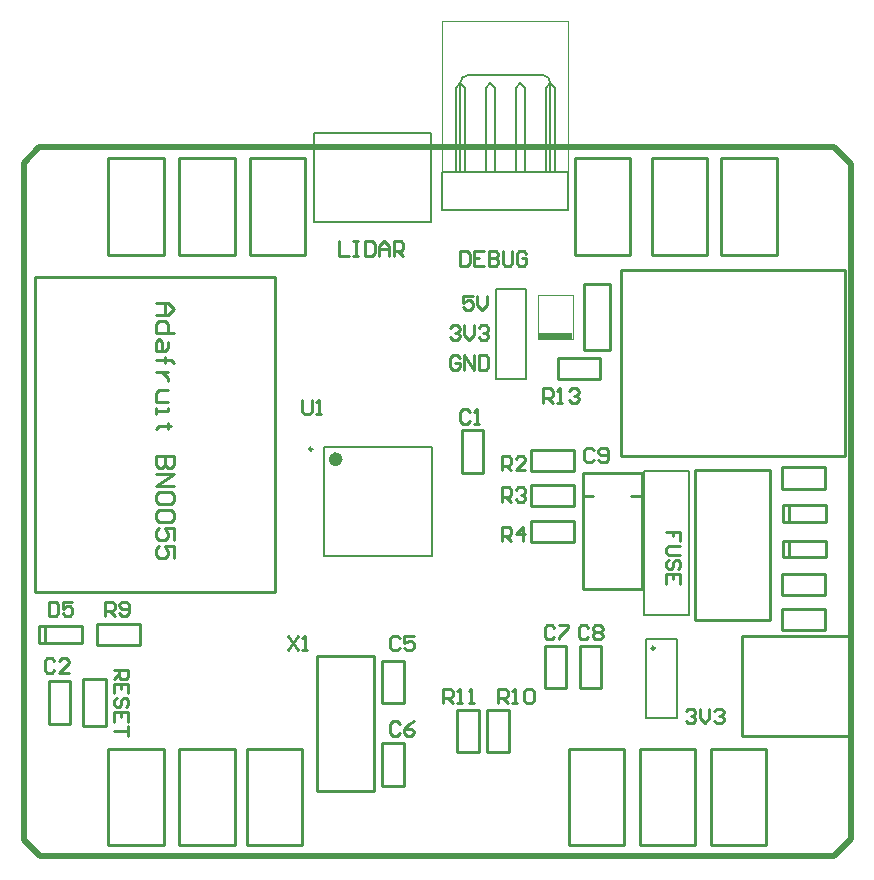
<source format=gto>
G04*
G04 #@! TF.GenerationSoftware,Altium Limited,Altium Designer,20.0.13 (296)*
G04*
G04 Layer_Color=65535*
%FSLAX25Y25*%
%MOIN*%
G70*
G01*
G75*
%ADD10C,0.00984*%
%ADD11C,0.00701*%
%ADD12C,0.02362*%
%ADD13C,0.00787*%
%ADD14C,0.01000*%
%ADD15C,0.00700*%
%ADD16C,0.00400*%
%ADD17C,0.00394*%
%ADD18R,0.11811X0.01959*%
%ADD19C,0.01968*%
D10*
X407087Y266142D02*
G03*
X407087Y266142I-492J0D01*
G01*
X293012Y332480D02*
G03*
X293012Y332480I-492J0D01*
G01*
D11*
X372362Y454724D02*
G03*
X370000Y457087I-2362J0D01*
G01*
X344724D02*
G03*
X342362Y454724I0J-2362D01*
G01*
D12*
X301969Y329134D02*
G03*
X301969Y329134I-1181J0D01*
G01*
D13*
X293701Y408071D02*
X332677D01*
Y437992D01*
X293701Y408071D02*
Y437992D01*
X332677D01*
X404331Y242717D02*
X414567D01*
X404331Y269094D02*
X414567D01*
Y242717D02*
Y269094D01*
X404331Y242717D02*
Y269094D01*
X354252Y385965D02*
X364252D01*
Y355965D02*
Y385965D01*
X354252Y355965D02*
X364252D01*
X354252D02*
Y385965D01*
X403543Y277165D02*
X418504D01*
X403543D02*
Y325197D01*
X418504D01*
Y277165D02*
Y325197D01*
X296850Y296850D02*
X333071D01*
X296850Y333071D02*
X333071D01*
Y296850D02*
Y333071D01*
X296850Y296850D02*
Y333071D01*
D14*
X216142Y267913D02*
Y273425D01*
X201969D02*
X216142D01*
X201969Y267913D02*
Y273425D01*
Y267913D02*
X216142D01*
X203937D02*
Y273425D01*
X323425Y220276D02*
Y234449D01*
X316339Y220276D02*
X323425D01*
X316339D02*
Y234449D01*
X323425D01*
X316339Y247835D02*
Y262008D01*
X323425D01*
Y247835D02*
Y262008D01*
X316339Y247835D02*
X323425D01*
X294685Y218701D02*
X313583D01*
X294685D02*
Y263583D01*
X313583D01*
Y218701D02*
Y263583D01*
X342913Y324606D02*
Y338779D01*
X350000D01*
Y324606D02*
Y338779D01*
X342913Y324606D02*
X350000D01*
X396067Y330299D02*
X470567D01*
X396067Y392299D02*
X470567D01*
Y330299D02*
Y392299D01*
X396067Y330299D02*
Y392299D01*
X374803Y355709D02*
Y362795D01*
Y355709D02*
X388976D01*
Y362795D01*
X374803D02*
X388976D01*
X380118Y325197D02*
Y332283D01*
X365945D02*
X380118D01*
X365945Y325197D02*
Y332283D01*
Y325197D02*
X380118D01*
X365945Y313386D02*
Y320473D01*
Y313386D02*
X380118D01*
Y320473D01*
X365945D02*
X380118D01*
Y301575D02*
Y308661D01*
X365945D02*
X380118D01*
X365945Y301575D02*
Y308661D01*
Y301575D02*
X380118D01*
X463779Y319291D02*
Y326378D01*
X449606D02*
X463779D01*
X449606Y319291D02*
Y326378D01*
Y319291D02*
X463779D01*
X221260Y267126D02*
Y274213D01*
Y267126D02*
X235433D01*
Y274213D01*
X221260D02*
X235433D01*
X216535Y240158D02*
X224410D01*
Y255906D01*
X216535D02*
X224410D01*
X216535Y240158D02*
Y255906D01*
X205118Y240945D02*
Y255118D01*
X212205D01*
Y240945D02*
Y255118D01*
X205118Y240945D02*
X212205D01*
X378543Y232677D02*
X397047D01*
X378543Y200394D02*
Y232677D01*
X397047Y200394D02*
Y232677D01*
X378543Y200394D02*
X397047D01*
X389370Y252756D02*
Y266929D01*
X382283Y252756D02*
X389370D01*
X382283D02*
Y266929D01*
X389370D01*
X377559Y252756D02*
Y266929D01*
X370472Y252756D02*
X377559D01*
X370472D02*
Y266929D01*
X377559D01*
X351370Y231496D02*
X358457D01*
Y245669D01*
X351370D02*
X358457D01*
X351370Y231496D02*
Y245669D01*
X341339Y231496D02*
X348425D01*
Y245669D01*
X341339D02*
X348425D01*
X341339Y231496D02*
Y245669D01*
X200591Y285020D02*
Y390020D01*
X280591D01*
Y285020D02*
Y390020D01*
X200591Y285020D02*
X280591D01*
X436221Y237008D02*
X472441D01*
X436221Y270118D02*
X472441D01*
Y237008D02*
Y270118D01*
X436221Y237008D02*
Y270118D01*
X425787Y232677D02*
X444291D01*
X425787Y200394D02*
Y232677D01*
X444291Y200394D02*
Y232677D01*
X425787Y200394D02*
X444291D01*
X402165Y232677D02*
X420669D01*
X402165Y200394D02*
Y232677D01*
X420669Y200394D02*
Y232677D01*
X402165Y200394D02*
X420669D01*
X225000Y232677D02*
X243504D01*
X225000Y200394D02*
Y232677D01*
X243504Y200394D02*
Y232677D01*
X225000Y200394D02*
X243504D01*
X248622Y232677D02*
X267126D01*
X248622Y200394D02*
Y232677D01*
X267126Y200394D02*
Y232677D01*
X248622Y200394D02*
X267126D01*
X271110Y232677D02*
X289614D01*
X271110Y200394D02*
Y232677D01*
X289614Y200394D02*
Y232677D01*
X271110Y200394D02*
X289614D01*
X429390Y397244D02*
X447894D01*
Y397244D02*
Y429528D01*
X429390Y397244D02*
Y429528D01*
X429390D02*
X447894D01*
X406102Y397244D02*
X424606D01*
Y397244D02*
Y429528D01*
X406102Y397244D02*
Y429528D01*
X406102D02*
X424606D01*
X380512Y397244D02*
X399016D01*
Y397244D02*
Y429528D01*
X380512Y397244D02*
Y429528D01*
X380512D02*
X399016D01*
X225000Y397244D02*
X243504D01*
Y397244D02*
Y429528D01*
X225000Y397244D02*
Y429528D01*
X225000D02*
X243504D01*
X248622Y397244D02*
X267126D01*
Y397244D02*
Y429528D01*
X248622Y397244D02*
Y429528D01*
X248622D02*
X267126D01*
X272244Y397244D02*
X290748D01*
Y397244D02*
Y429528D01*
X272244Y397244D02*
Y429528D01*
X272244D02*
X290748D01*
X445669Y275394D02*
Y325394D01*
X420472Y275394D02*
X445669D01*
X420472Y325394D02*
X445669D01*
X420472Y275394D02*
Y325394D01*
X383169Y316929D02*
X386713D01*
X399311D02*
X402854D01*
X383169Y324409D02*
X402854D01*
X383169Y285827D02*
Y324409D01*
X402854Y285827D02*
Y324409D01*
X383169Y285827D02*
X402854D01*
X383465Y365551D02*
X392126D01*
Y387598D01*
X383465D02*
X392126D01*
X383465Y365551D02*
Y387598D01*
X451968Y308268D02*
Y313779D01*
X450000Y308268D02*
X464173D01*
X450000D02*
Y313779D01*
X464173D01*
Y308268D02*
Y313779D01*
X451968Y296457D02*
Y301968D01*
X450000Y296457D02*
X464173D01*
X450000D02*
Y301968D01*
X464173D01*
Y296457D02*
Y301968D01*
X449606Y283858D02*
X463779D01*
X449606D02*
Y290945D01*
X463779D01*
Y283858D02*
Y290945D01*
X449606Y279134D02*
X463779D01*
Y272047D02*
Y279134D01*
X449606Y272047D02*
X463779D01*
X449606D02*
Y279134D01*
X342149Y362936D02*
X341361Y363723D01*
X339787D01*
X339000Y362936D01*
Y359787D01*
X339787Y359000D01*
X341361D01*
X342149Y359787D01*
Y361361D01*
X340574D01*
X343723Y359000D02*
Y363723D01*
X346871Y359000D01*
Y363723D01*
X348446D02*
Y359000D01*
X350807D01*
X351594Y359787D01*
Y362936D01*
X350807Y363723D01*
X348446D01*
X339000Y372936D02*
X339787Y373723D01*
X341361D01*
X342149Y372936D01*
Y372149D01*
X341361Y371361D01*
X340574D01*
X341361D01*
X342149Y370574D01*
Y369787D01*
X341361Y369000D01*
X339787D01*
X339000Y369787D01*
X343723Y373723D02*
Y370574D01*
X345297Y369000D01*
X346871Y370574D01*
Y373723D01*
X348446Y372936D02*
X349233Y373723D01*
X350807D01*
X351594Y372936D01*
Y372149D01*
X350807Y371361D01*
X350020D01*
X350807D01*
X351594Y370574D01*
Y369787D01*
X350807Y369000D01*
X349233D01*
X348446Y369787D01*
X346511Y383676D02*
X343362D01*
Y381314D01*
X344936Y382101D01*
X345724D01*
X346511Y381314D01*
Y379740D01*
X345724Y378953D01*
X344149D01*
X343362Y379740D01*
X348085Y383676D02*
Y380527D01*
X349659Y378953D01*
X351234Y380527D01*
Y383676D01*
X240961Y381146D02*
X244959D01*
X246959Y379146D01*
X244959Y377147D01*
X240961D01*
X243960D01*
Y381146D01*
X246959Y371149D02*
X240961D01*
Y374148D01*
X241960Y375148D01*
X243960D01*
X244959Y374148D01*
Y371149D01*
Y368150D02*
Y366150D01*
X243960Y365151D01*
X240961D01*
Y368150D01*
X241960Y369149D01*
X242960Y368150D01*
Y365151D01*
X240961Y362152D02*
X245959D01*
X243960D01*
Y363152D01*
Y361152D01*
Y362152D01*
X245959D01*
X246959Y361152D01*
X244959Y358153D02*
X240961D01*
X242960D01*
X243960Y357153D01*
X244959Y356154D01*
Y355154D01*
Y352155D02*
X241960D01*
X240961Y351155D01*
Y348156D01*
X244959D01*
X240961Y346157D02*
Y344158D01*
Y345157D01*
X244959D01*
Y346157D01*
X245959Y340159D02*
X244959D01*
Y341159D01*
Y339159D01*
Y340159D01*
X241960D01*
X240961Y339159D01*
X246959Y330162D02*
X240961D01*
Y327163D01*
X241960Y326164D01*
X242960D01*
X243960Y327163D01*
Y330162D01*
Y327163D01*
X244959Y326164D01*
X245959D01*
X246959Y327163D01*
Y330162D01*
X240961Y324164D02*
X246959D01*
X240961Y320165D01*
X246959D01*
Y315167D02*
Y317166D01*
X245959Y318166D01*
X241960D01*
X240961Y317166D01*
Y315167D01*
X241960Y314167D01*
X245959D01*
X246959Y315167D01*
X245959Y312168D02*
X246959Y311168D01*
Y309169D01*
X245959Y308169D01*
X241960D01*
X240961Y309169D01*
Y311168D01*
X241960Y312168D01*
X245959D01*
X246959Y302171D02*
Y306170D01*
X243960D01*
X244959Y304171D01*
Y303171D01*
X243960Y302171D01*
X241960D01*
X240961Y303171D01*
Y305170D01*
X241960Y306170D01*
X246959Y296173D02*
Y300172D01*
X243960D01*
X244959Y298172D01*
Y297173D01*
X243960Y296173D01*
X241960D01*
X240961Y297173D01*
Y299172D01*
X241960Y300172D01*
X415746Y301851D02*
Y305000D01*
X413385D01*
Y303426D01*
Y305000D01*
X411024D01*
X415746Y300277D02*
X411811D01*
X411024Y299490D01*
Y297916D01*
X411811Y297129D01*
X415746D01*
X414959Y292406D02*
X415746Y293193D01*
Y294767D01*
X414959Y295554D01*
X414172D01*
X413385Y294767D01*
Y293193D01*
X412598Y292406D01*
X411811D01*
X411024Y293193D01*
Y294767D01*
X411811Y295554D01*
X415746Y287683D02*
Y290831D01*
X411024D01*
Y287683D01*
X413385Y290831D02*
Y289257D01*
X302000Y401723D02*
Y397000D01*
X305149D01*
X306723Y401723D02*
X308297D01*
X307510D01*
Y397000D01*
X306723D01*
X308297D01*
X310659Y401723D02*
Y397000D01*
X313020D01*
X313807Y397787D01*
Y400936D01*
X313020Y401723D01*
X310659D01*
X315382Y397000D02*
Y400149D01*
X316956Y401723D01*
X318530Y400149D01*
Y397000D01*
Y399361D01*
X315382D01*
X320104Y397000D02*
Y401723D01*
X322466D01*
X323253Y400936D01*
Y399361D01*
X322466Y398574D01*
X320104D01*
X321679D02*
X323253Y397000D01*
X336614Y247835D02*
Y252557D01*
X338976D01*
X339763Y251770D01*
Y250196D01*
X338976Y249409D01*
X336614D01*
X338189D02*
X339763Y247835D01*
X341337D02*
X342911D01*
X342124D01*
Y252557D01*
X341337Y251770D01*
X345273Y247835D02*
X346847D01*
X346060D01*
Y252557D01*
X345273Y251770D01*
X355000Y247835D02*
Y252557D01*
X357361D01*
X358149Y251770D01*
Y250196D01*
X357361Y249409D01*
X355000D01*
X356574D02*
X358149Y247835D01*
X359723D02*
X361297D01*
X360510D01*
Y252557D01*
X359723Y251770D01*
X363659D02*
X364446Y252557D01*
X366020D01*
X366807Y251770D01*
Y248622D01*
X366020Y247835D01*
X364446D01*
X363659Y248622D01*
Y251770D01*
X417547Y245189D02*
X418334Y245977D01*
X419908D01*
X420695Y245189D01*
Y244402D01*
X419908Y243615D01*
X419121D01*
X419908D01*
X420695Y242828D01*
Y242041D01*
X419908Y241254D01*
X418334D01*
X417547Y242041D01*
X422270Y245977D02*
Y242828D01*
X423844Y241254D01*
X425418Y242828D01*
Y245977D01*
X426993Y245189D02*
X427780Y245977D01*
X429354D01*
X430141Y245189D01*
Y244402D01*
X429354Y243615D01*
X428567D01*
X429354D01*
X430141Y242828D01*
Y242041D01*
X429354Y241254D01*
X427780D01*
X426993Y242041D01*
X370000Y348000D02*
Y352723D01*
X372361D01*
X373149Y351936D01*
Y350361D01*
X372361Y349574D01*
X370000D01*
X371574D02*
X373149Y348000D01*
X374723D02*
X376297D01*
X375510D01*
Y352723D01*
X374723Y351936D01*
X378659D02*
X379446Y352723D01*
X381020D01*
X381807Y351936D01*
Y351149D01*
X381020Y350361D01*
X380233D01*
X381020D01*
X381807Y349574D01*
Y348787D01*
X381020Y348000D01*
X379446D01*
X378659Y348787D01*
X386849Y332136D02*
X386061Y332923D01*
X384487D01*
X383700Y332136D01*
Y328987D01*
X384487Y328200D01*
X386061D01*
X386849Y328987D01*
X388423D02*
X389210Y328200D01*
X390784D01*
X391571Y328987D01*
Y332136D01*
X390784Y332923D01*
X389210D01*
X388423Y332136D01*
Y331349D01*
X389210Y330561D01*
X391571D01*
X385038Y273030D02*
X384251Y273817D01*
X382677D01*
X381890Y273030D01*
Y269882D01*
X382677Y269094D01*
X384251D01*
X385038Y269882D01*
X386613Y273030D02*
X387400Y273817D01*
X388974D01*
X389761Y273030D01*
Y272243D01*
X388974Y271456D01*
X389761Y270669D01*
Y269882D01*
X388974Y269094D01*
X387400D01*
X386613Y269882D01*
Y270669D01*
X387400Y271456D01*
X386613Y272243D01*
Y273030D01*
X387400Y271456D02*
X388974D01*
X373621Y273030D02*
X372834Y273817D01*
X371260D01*
X370472Y273030D01*
Y269882D01*
X371260Y269094D01*
X372834D01*
X373621Y269882D01*
X375195Y273817D02*
X378344D01*
Y273030D01*
X375195Y269882D01*
Y269094D01*
X227000Y259000D02*
X231723D01*
Y256639D01*
X230936Y255851D01*
X229361D01*
X228574Y256639D01*
Y259000D01*
Y257426D02*
X227000Y255851D01*
X231723Y251129D02*
Y254277D01*
X227000D01*
Y251129D01*
X229361Y254277D02*
Y252703D01*
X230936Y246406D02*
X231723Y247193D01*
Y248767D01*
X230936Y249554D01*
X230149D01*
X229361Y248767D01*
Y247193D01*
X228574Y246406D01*
X227787D01*
X227000Y247193D01*
Y248767D01*
X227787Y249554D01*
X231723Y241683D02*
Y244831D01*
X227000D01*
Y241683D01*
X229361Y244831D02*
Y243257D01*
X231723Y240108D02*
Y236960D01*
Y238534D01*
X227000D01*
X345511Y344936D02*
X344724Y345723D01*
X343149D01*
X342362Y344936D01*
Y341787D01*
X343149Y341000D01*
X344724D01*
X345511Y341787D01*
X347085Y341000D02*
X348659D01*
X347872D01*
Y345723D01*
X347085Y344936D01*
X207086Y261936D02*
X206298Y262723D01*
X204724D01*
X203937Y261936D01*
Y258787D01*
X204724Y258000D01*
X206298D01*
X207086Y258787D01*
X211808Y258000D02*
X208660D01*
X211808Y261149D01*
Y261936D01*
X211021Y262723D01*
X209447D01*
X208660Y261936D01*
X205118Y281669D02*
Y276946D01*
X207480D01*
X208267Y277733D01*
Y280881D01*
X207480Y281669D01*
X205118D01*
X212989D02*
X209841D01*
Y279307D01*
X211415Y280094D01*
X212202D01*
X212989Y279307D01*
Y277733D01*
X212202Y276946D01*
X210628D01*
X209841Y277733D01*
X342362Y398424D02*
Y393701D01*
X344724D01*
X345511Y394488D01*
Y397637D01*
X344724Y398424D01*
X342362D01*
X350234D02*
X347085D01*
Y393701D01*
X350234D01*
X347085Y396062D02*
X348659D01*
X351808Y398424D02*
Y393701D01*
X354169D01*
X354957Y394488D01*
Y395275D01*
X354169Y396062D01*
X351808D01*
X354169D01*
X354957Y396849D01*
Y397637D01*
X354169Y398424D01*
X351808D01*
X356531D02*
Y394488D01*
X357318Y393701D01*
X358892D01*
X359679Y394488D01*
Y398424D01*
X364402Y397637D02*
X363615Y398424D01*
X362041D01*
X361254Y397637D01*
Y394488D01*
X362041Y393701D01*
X363615D01*
X364402Y394488D01*
Y396062D01*
X362828D01*
X224000Y276946D02*
Y281669D01*
X226361D01*
X227149Y280881D01*
Y279307D01*
X226361Y278520D01*
X224000D01*
X225574D02*
X227149Y276946D01*
X228723Y277733D02*
X229510Y276946D01*
X231084D01*
X231872Y277733D01*
Y280881D01*
X231084Y281669D01*
X229510D01*
X228723Y280881D01*
Y280094D01*
X229510Y279307D01*
X231872D01*
X356142Y315000D02*
Y319723D01*
X358503D01*
X359290Y318936D01*
Y317361D01*
X358503Y316574D01*
X356142D01*
X357716D02*
X359290Y315000D01*
X360865Y318936D02*
X361652Y319723D01*
X363226D01*
X364013Y318936D01*
Y318149D01*
X363226Y317361D01*
X362439D01*
X363226D01*
X364013Y316574D01*
Y315787D01*
X363226Y315000D01*
X361652D01*
X360865Y315787D01*
X356142Y325394D02*
Y330117D01*
X358503D01*
X359290Y329329D01*
Y327755D01*
X358503Y326968D01*
X356142D01*
X357716D02*
X359290Y325394D01*
X364013D02*
X360865D01*
X364013Y328542D01*
Y329329D01*
X363226Y330117D01*
X361652D01*
X360865Y329329D01*
X356142Y301968D02*
Y306691D01*
X358503D01*
X359290Y305904D01*
Y304330D01*
X358503Y303543D01*
X356142D01*
X357716D02*
X359290Y301968D01*
X363226D02*
Y306691D01*
X360865Y304330D01*
X364013D01*
X285000Y270223D02*
X288149Y265500D01*
Y270223D02*
X285000Y265500D01*
X289723D02*
X291297D01*
X290510D01*
Y270223D01*
X289723Y269436D01*
X322149D02*
X321361Y270223D01*
X319787D01*
X319000Y269436D01*
Y266287D01*
X319787Y265500D01*
X321361D01*
X322149Y266287D01*
X326871Y270223D02*
X323723D01*
Y267861D01*
X325297Y268649D01*
X326084D01*
X326871Y267861D01*
Y266287D01*
X326084Y265500D01*
X324510D01*
X323723Y266287D01*
X322149Y240936D02*
X321361Y241723D01*
X319787D01*
X319000Y240936D01*
Y237787D01*
X319787Y237000D01*
X321361D01*
X322149Y237787D01*
X326871Y241723D02*
X325297Y240936D01*
X323723Y239361D01*
Y237787D01*
X324510Y237000D01*
X326084D01*
X326871Y237787D01*
Y238574D01*
X326084Y239361D01*
X323723D01*
X289700Y348923D02*
Y344987D01*
X290487Y344200D01*
X292061D01*
X292849Y344987D01*
Y348923D01*
X294423Y344200D02*
X295997D01*
X295210D01*
Y348923D01*
X294423Y348136D01*
D15*
X362362Y454437D02*
X363862Y452937D01*
X360862D02*
X362362Y454437D01*
X360862Y424937D02*
Y452937D01*
X363862Y424937D02*
Y452937D01*
X372362Y454437D02*
X373862Y452937D01*
Y424937D02*
Y452937D01*
X344724Y457087D02*
X370000D01*
X370862Y424937D02*
Y452937D01*
X372362Y454437D01*
X336339Y412205D02*
X378362D01*
Y424803D01*
X336339Y412205D02*
Y424803D01*
X378362D01*
X372362D02*
Y454724D01*
X343862Y424937D02*
Y452937D01*
X340862Y424937D02*
Y452937D01*
X342362Y454437D01*
X343862Y452937D01*
X342362Y424803D02*
Y454724D01*
X353862Y424937D02*
Y452937D01*
X350862Y424937D02*
Y452937D01*
X352362Y454437D01*
X353862Y452937D01*
D16*
X336339Y475197D02*
X378386D01*
Y424803D02*
Y475197D01*
X336339Y424803D02*
Y475197D01*
D17*
X379921Y369291D02*
Y383858D01*
X368110Y369291D02*
Y383858D01*
X379921D01*
X368110Y369291D02*
X379921D01*
D18*
X374016Y370271D02*
D03*
D19*
X472441Y202441D02*
Y427559D01*
X466850Y196850D02*
X472441Y202441D01*
X202150Y196850D02*
X466850D01*
X196850Y202150D02*
X202150Y196850D01*
X196850Y202150D02*
Y427850D01*
X202071Y433071D01*
X466929D01*
X472441Y427559D01*
M02*

</source>
